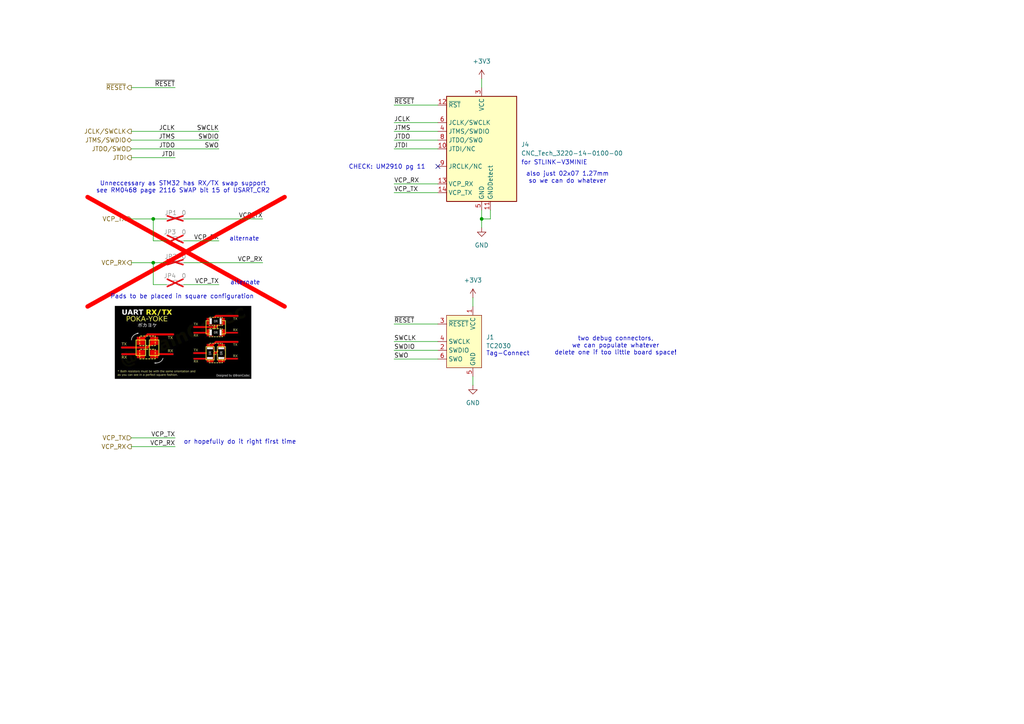
<source format=kicad_sch>
(kicad_sch (version 20250114) (generator "eeschema") (generator_version "9.0")
  (paper "A4")
  (lib_symbols
    (symbol "Connector:Conn_ARM_SWD_TagConnect_TC2030" (in_bom no)
      (property "Reference" "J" (at 2.54 11.43 0))
      (property "Value" "Conn_ARM_SWD_TagConnect_TC2030" (at 5.08 8.89 0))
      (symbol "Conn_ARM_SWD_TagConnect_TC2030_0_0"
        (pin power_in line (at -2.54 10.16 270) (length 2.54) (name "VCC") (number "1"))
        (pin power_in line (at -2.54 -10.16 90) (length 2.54) (name "GND") (number "5"))
        (pin open_collector line (at 7.62 5.08 180) (length 2.54) (name "~{RESET}") (number "3"))
        (pin output line (at 7.62 0 180) (length 2.54) (name "SWCLK") (number "4"))
        (pin bidirectional line (at 7.62 -2.54 180) (length 2.54) (name "SWDIO") (number "2"))
        (pin input line (at 7.62 -5.08 180) (length 2.54) (name "SWO") (number "6"))
      )
      (symbol "Conn_ARM_SWD_TagConnect_TC2030_0_1"
        (rectangle (start -5.08 7.62) (end 5.08 -7.62) (fill (type background)))
      )
    )
    (symbol "Connector:Conn_ST_STDC14"
      (property "Reference" "J" (at -8.89 16.51 0))
      (property "Value" "Conn_ST_STDC14" (at 17.78 16.51 0))
      (symbol "Conn_ST_STDC14_0_1"
        (rectangle (start -10.16 15.24) (end 10.16 -15.24) (stroke (width 0.254)) (fill (type background)))
      )
      (symbol "Conn_ST_STDC14_1_1"
        (pin no_connect line (at -10.16 5.08 0) (length 2.54) (hide yes) (name "NC") (number "1"))
        (pin no_connect line (at -10.16 2.54 0) (length 2.54) (hide yes) (name "NC") (number "2"))
        (pin passive line (at -2.54 -17.78 90) (length 2.54) (name "GNDDetect") (number "11"))
        (pin power_in line (at 0 17.78 270) (length 2.54) (name "VCC") (number "3"))
        (pin power_in line (at 0 -17.78 90) (length 2.54) (name "GND") (number "5"))
        (pin passive line (at 0 -17.78 90) (length 2.54) (hide yes) (name "GND") (number "7"))
        (pin open_collector line (at 12.7 12.7 180) (length 2.54) (name "~{RST}") (number "12"))
        (pin output line (at 12.7 7.62 180) (length 2.54) (name "JCLK/SWCLK") (number "6"))
        (pin bidirectional line (at 12.7 5.08 180) (length 2.54) (name "JTMS/SWDIO") (number "4"))
        (pin input line (at 12.7 2.54 180) (length 2.54) (name "JTDO/SWO") (number "8"))
        (pin output line (at 12.7 0 180) (length 2.54) (name "JTDI/NC") (number "10"))
        (pin input line (at 12.7 -5.08 180) (length 2.54) (name "JRCLK/NC") (number "9"))
        (pin output line (at 12.7 -10.16 180) (length 2.54) (name "VCP_RX") (number "13"))
        (pin input line (at 12.7 -12.7 180) (length 2.54) (name "VCP_TX") (number "14"))
      )
    )
    (symbol "Jumper:Jumper_2_Small_Bridged" (pin_numbers (hide yes)) (pin_names (offset 0) (hide yes)) (exclude_from_sim yes)
      (property "Reference" "JP" (at 0 2.032 0))
      (property "Value" "Jumper_2_Small_Bridged" (at 0 -2.286 0))
      (symbol "Jumper_2_Small_Bridged_0_0"
        (circle (center -1.016 0) (radius 0.254))
        (circle (center 1.016 0) (radius 0.254))
      )
      (symbol "Jumper_2_Small_Bridged_0_1"
        (arc (start -0.762 0.254) (mid 0 0.5696) (end 0.762 0.254))
      )
      (symbol "Jumper_2_Small_Bridged_1_1"
        (pin passive line (at -2.54 0 0) (length 1.27) (name "A") (number "1"))
        (pin passive line (at 2.54 0 180) (length 1.27) (name "B") (number "2"))
      )
    )
    (symbol "Jumper:Jumper_2_Small_Open" (pin_numbers (hide yes)) (pin_names (offset 0) (hide yes)) (exclude_from_sim yes)
      (property "Reference" "JP" (at 0 2.794 0))
      (property "Value" "Jumper_2_Small_Open" (at 0 -2.286 0))
      (symbol "Jumper_2_Small_Open_0_0"
        (circle (center -1.016 0) (radius 0.254))
        (circle (center 1.016 0) (radius 0.254))
      )
      (symbol "Jumper_2_Small_Open_0_1"
        (arc (start -0.762 1.0196) (mid 0 1.2729) (end 0.762 1.0196))
      )
      (symbol "Jumper_2_Small_Open_1_1"
        (pin passive line (at -2.54 0 0) (length 1.27) (name "A") (number "1"))
        (pin passive line (at 2.54 0 180) (length 1.27) (name "B") (number "2"))
      )
    )
    (symbol "power:+3V3" (power) (pin_numbers (hide yes)) (pin_names (offset 0) (hide yes))
      (property "Value" "+3V3" (at 0 3.556 0))
      (symbol "+3V3_0_1"
        (polyline (pts (xy -0.762 1.27) (xy 0 2.54)))
        (polyline (pts (xy 0 2.54) (xy 0.762 1.27)))
        (polyline (pts (xy 0 0) (xy 0 2.54)))
      )
      (symbol "+3V3_1_1"
        (pin power_in line (at 0 0 90) (length 0) (name "~") (number "1"))
      )
    )
    (symbol "power:GND" (power) (pin_numbers (hide yes)) (pin_names (offset 0) (hide yes))
      (property "Value" "GND" (at 0 -3.81 0))
      (symbol "GND_0_1"
        (polyline (pts (xy 0 0) (xy 0 -1.27) (xy 1.27 -1.27) (xy 0 -2.54) (xy -1.27 -1.27) (xy 0 -1.27)))
      )
      (symbol "GND_1_1"
        (pin power_in line (at 0 0 270) (length 0) (name "~") (number "1"))
      )
    )
  )
  (text "for STLINK-V3MINIE" (at 160.782 47.244 0) (effects (font (size 1.27 1.27))))
  (text "Unneccessary as STM32 has RX/TX swap support\nsee RM0468 page 2116 SWAP bit 15 of USART_CR2" (at 53.086 54.356 0) (effects (font (size 1.27 1.27))))
  (text "alternate" (at 70.866 69.342 0) (effects (font (size 1.27 1.27))))
  (text "CHECK: UM2910 pg 11" (at 112.268 48.514 0) (effects (font (size 1.27 1.27))))
  (text "Pads to be placed in square configuration" (at 52.832 86.106 0) (effects (font (size 1.27 1.27))))
  (text "alternate" (at 71.12 82.042 0) (effects (font (size 1.27 1.27))))
  (text "or hopefully do it right first time" (at 69.596 128.27 0) (effects (font (size 1.27 1.27))))
  (text "two debug connectors,\nwe can populate whatever\ndelete one if too little board space!" (at 178.562 100.33 0) (effects (font (size 1.27 1.27))))
  (text "Tag-Connect" (at 147.32 102.616 0) (effects (font (size 1.27 1.27))))
  (text "also just 02x07 1.27mm\nso we can do whatever" (at 164.592 51.562 0) (effects (font (size 1.27 1.27))))
  (junction (at 44.45 63.5))
  (junction (at 44.45 76.2))
  (junction (at 139.7 63.5))
  (no_connect (at 127 48.26))
  (wire (pts (xy 127 40.64) (xy 114.3 40.64)))
  (wire (pts (xy 48.26 76.2) (xy 44.45 76.2)))
  (wire (pts (xy 44.45 82.55) (xy 48.26 82.55)))
  (wire (pts (xy 127 55.88) (xy 114.3 55.88)))
  (wire (pts (xy 142.24 63.5) (xy 142.24 60.96)))
  (wire (pts (xy 50.8 127) (xy 38.1 127)))
  (wire (pts (xy 44.45 63.5) (xy 48.26 63.5)))
  (wire (pts (xy 44.45 82.55) (xy 44.45 76.2)))
  (wire (pts (xy 127 93.98) (xy 114.3 93.98)))
  (wire (pts (xy 53.34 82.55) (xy 63.5 82.55)))
  (wire (pts (xy 38.1 38.1) (xy 63.5 38.1)))
  (polyline (pts (xy 82.55 88.9) (xy 25.4 57.15)) (stroke (width 1.27) (color 255 0 0 1)))
  (wire (pts (xy 38.1 129.54) (xy 50.8 129.54)))
  (wire (pts (xy 139.7 22.86) (xy 139.7 25.4)))
  (wire (pts (xy 127 43.18) (xy 114.3 43.18)))
  (wire (pts (xy 38.1 76.2) (xy 44.45 76.2)))
  (wire (pts (xy 127 101.6) (xy 114.3 101.6)))
  (wire (pts (xy 127 30.48) (xy 114.3 30.48)))
  (wire (pts (xy 137.16 86.36) (xy 137.16 88.9)))
  (wire (pts (xy 53.34 69.85) (xy 63.5 69.85)))
  (wire (pts (xy 127 99.06) (xy 114.3 99.06)))
  (wire (pts (xy 38.1 25.4) (xy 50.8 25.4)))
  (wire (pts (xy 53.34 63.5) (xy 76.2 63.5)))
  (wire (pts (xy 38.1 43.18) (xy 63.5 43.18)))
  (wire (pts (xy 38.1 40.64) (xy 63.5 40.64)))
  (wire (pts (xy 38.1 45.72) (xy 50.8 45.72)))
  (wire (pts (xy 127 35.56) (xy 114.3 35.56)))
  (polyline (pts (xy 25.4 88.9) (xy 82.55 57.15)) (stroke (width 1.27) (color 255 0 0 1)))
  (wire (pts (xy 127 38.1) (xy 114.3 38.1)))
  (wire (pts (xy 137.16 109.22) (xy 137.16 111.76)))
  (wire (pts (xy 48.26 69.85) (xy 44.45 69.85)))
  (wire (pts (xy 53.34 76.2) (xy 76.2 76.2)))
  (wire (pts (xy 44.45 69.85) (xy 44.45 63.5)))
  (wire (pts (xy 139.7 63.5) (xy 142.24 63.5)))
  (wire (pts (xy 127 104.14) (xy 114.3 104.14)))
  (wire (pts (xy 139.7 60.96) (xy 139.7 63.5)))
  (wire (pts (xy 139.7 63.5) (xy 139.7 66.04)))
  (wire (pts (xy 38.1 63.5) (xy 44.45 63.5)))
  (wire (pts (xy 127 53.34) (xy 114.3 53.34)))
  (image (at 53.0969 99.3031) (scale 0.73048))
  (label "SWCLK" (at 63.5 38.1 180))
  (label "VCP_RX" (at 76.2 76.2 180))
  (label "JCLK" (at 50.8 38.1 180))
  (label "VCP_TX" (at 63.5 82.55 180))
  (label "JTDI" (at 114.3 43.18 0))
  (label "~{RESET}" (at 114.3 30.48 0))
  (label "VCP_TX" (at 76.2 63.5 180))
  (label "SWO" (at 114.3 104.14 0))
  (label "SWCLK" (at 114.3 99.06 0))
  (label "~{RESET}" (at 114.3 93.98 0))
  (label "VCP_RX" (at 63.5 69.85 180))
  (label "JTDO" (at 50.8 43.18 180))
  (label "SWO" (at 63.5 43.18 180))
  (label "SWDIO" (at 63.5 40.64 180))
  (label "JTDO" (at 114.3 40.64 0))
  (label "JTDI" (at 50.8 45.72 180))
  (label "JCLK" (at 114.3 35.56 0))
  (label "~{RESET}" (at 50.8 25.4 180))
  (label "VCP_TX" (at 50.8 127 180))
  (label "SWDIO" (at 114.3 101.6 0))
  (label "VCP_RX" (at 114.3 53.34 0))
  (label "JTMS" (at 114.3 38.1 0))
  (label "VCP_RX" (at 50.8 129.54 180))
  (label "VCP_TX" (at 114.3 55.88 0))
  (label "JTMS" (at 50.8 40.64 180))
  (hierarchical_label "~{RESET}" (shape output) (at 38.1 25.4 180))
  (hierarchical_label "JTDO/SWO" (shape input) (at 38.1 43.18 180))
  (hierarchical_label "VCP_TX" (shape input) (at 38.1 127 180))
  (hierarchical_label "JCLK/SWCLK" (shape output) (at 38.1 38.1 180))
  (hierarchical_label "VCP_RX" (shape output) (at 38.1 129.54 180))
  (hierarchical_label "VCP_TX" (shape input) (at 38.1 63.5 180))
  (hierarchical_label "JTDI" (shape output) (at 38.1 45.72 180))
  (hierarchical_label "JTMS/SWDIO" (shape bidirectional) (at 38.1 40.64 180))
  (hierarchical_label "VCP_RX" (shape output) (at 38.1 76.2 180))
  (symbol (lib_id "Connector:Conn_ST_STDC14") (at 139.7 43.18 0) (mirror y) (unit 1)
    (property "Reference" "J4" (at 151.13 41.9099 0) (effects (justify right)))
    (property "Value" "CNC_Tech_3220-14-0100-00" (at 151.13 44.4499 0) (effects (justify right)))
    (property "Footprint" "Connector_CNC_Tech:CNC_Tech_3220-14-0100-00" (effects (hide yes)))
    (property "Datasheet" "https://www.st.com/content/ccc/resource/technical/document/user_manual/group1/99/49/91/b6/b2/3a/46/e5/DM00526767/files/DM00526767.pdf/jcr:content/translations/en.DM00526767.pdf" (effects (hide yes)))
    (property "Description" "ST Debug Connector, standard ARM Cortex-M SWD and JTAG interface plus UART" (effects (hide yes)))
  )
  (symbol (lib_id "power:GND") (at 139.7 66.04 0) (mirror y) (unit 1)
    (property "Reference" "#PWR053" (effects (hide yes)))
    (property "Value" "GND" (at 139.7 71.12 0))
    (property "Description" "Power symbol creates a global label with name \"GND\" , ground" (effects (hide yes)))
  )
  (symbol (lib_id "power:+3V3") (at 137.16 86.36 0) (mirror y) (unit 1)
    (property "Reference" "#PWR061" (effects (hide yes)))
    (property "Value" "+3V3" (at 137.16 81.28 0))
    (property "Description" "Power symbol creates a global label with name \"+3V3\"" (effects (hide yes)))
  )
  (symbol (lib_id "Jumper:Jumper_2_Small_Open") (at 50.8 69.85 0) (unit 1) (exclude_from_sim yes) (in_bom no) (on_board no) (dnp yes)
    (property "Reference" "JP3" (at 49.276 67.31 0))
    (property "Value" "0" (at 53.34 67.31 0))
    (property "Description" "Jumper, 2-pole, small symbol, open" (effects (hide yes)))
  )
  (symbol (lib_id "power:GND") (at 137.16 111.76 0) (mirror y) (unit 1)
    (property "Reference" "#PWR062" (effects (hide yes)))
    (property "Value" "GND" (at 137.16 116.84 0))
    (property "Description" "Power symbol creates a global label with name \"GND\" , ground" (effects (hide yes)))
  )
  (symbol (lib_id "Jumper:Jumper_2_Small_Open") (at 50.8 82.55 0) (unit 1) (exclude_from_sim yes) (in_bom no) (on_board no) (dnp yes)
    (property "Reference" "JP4" (at 49.276 80.01 0))
    (property "Value" "0" (at 53.34 80.01 0))
    (property "Description" "Jumper, 2-pole, small symbol, open" (effects (hide yes)))
  )
  (symbol (lib_id "Jumper:Jumper_2_Small_Bridged") (at 50.8 63.5 0) (unit 1) (exclude_from_sim yes) (in_bom no) (on_board no) (dnp yes)
    (property "Reference" "JP1" (at 49.53 61.722 0))
    (property "Value" "0" (at 53.34 61.722 0))
    (property "Footprint" "Resistor_SMD:R_0603_1608Metric_Pad0.98x0.95mm_HandSolder" (effects (hide yes)))
    (property "Description" "Jumper, 2-pole, small symbol, bridged" (effects (hide yes)))
  )
  (symbol (lib_id "Jumper:Jumper_2_Small_Bridged") (at 50.8 76.2 0) (unit 1) (exclude_from_sim yes) (in_bom no) (on_board no) (dnp yes)
    (property "Reference" "JP2" (at 49.53 74.422 0))
    (property "Value" "0" (at 53.34 74.422 0))
    (property "Footprint" "Resistor_SMD:R_0603_1608Metric_Pad0.98x0.95mm_HandSolder" (effects (hide yes)))
    (property "Description" "Jumper, 2-pole, small symbol, bridged" (effects (hide yes)))
  )
  (symbol (lib_id "Connector:Conn_ARM_SWD_TagConnect_TC2030") (at 134.62 99.06 0) (mirror y) (unit 1) (in_bom no)
    (property "Reference" "J1" (at 140.97 97.7899 0) (effects (justify right)))
    (property "Value" "TC2030" (at 140.97 100.3299 0) (effects (justify right)))
    (property "Footprint" "Connector:Tag-Connect_TC2030-IDC-FP_2x03_P1.27mm_Vertical" (effects (hide yes)))
    (property "Datasheet" "https://www.tag-connect.com/wp-content/uploads/bsk-pdf-manager/TC2030-CTX_1.pdf" (effects (hide yes)))
    (property "Description" "Tag-Connect ARM Cortex SWD JTAG connector, 6 pin" (effects (hide yes)))
  )
  (symbol (lib_id "power:+3V3") (at 139.7 22.86 0) (mirror y) (unit 1)
    (property "Reference" "#PWR054" (effects (hide yes)))
    (property "Value" "+3V3" (at 139.7 17.78 0))
    (property "Description" "Power symbol creates a global label with name \"+3V3\"" (effects (hide yes)))
  )
)
</source>
